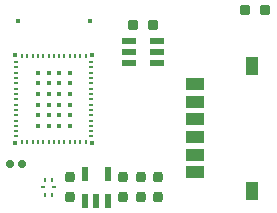
<source format=gtp>
G04 #@! TF.GenerationSoftware,KiCad,Pcbnew,(6.0.9)*
G04 #@! TF.CreationDate,2023-01-08T15:40:12+09:00*
G04 #@! TF.ProjectId,WBMon,57424d6f-6e2e-46b6-9963-61645f706362,1.0*
G04 #@! TF.SameCoordinates,Original*
G04 #@! TF.FileFunction,Paste,Top*
G04 #@! TF.FilePolarity,Positive*
%FSLAX46Y46*%
G04 Gerber Fmt 4.6, Leading zero omitted, Abs format (unit mm)*
G04 Created by KiCad (PCBNEW (6.0.9)) date 2023-01-08 15:40:12*
%MOMM*%
%LPD*%
G01*
G04 APERTURE LIST*
G04 Aperture macros list*
%AMRoundRect*
0 Rectangle with rounded corners*
0 $1 Rounding radius*
0 $2 $3 $4 $5 $6 $7 $8 $9 X,Y pos of 4 corners*
0 Add a 4 corners polygon primitive as box body*
4,1,4,$2,$3,$4,$5,$6,$7,$8,$9,$2,$3,0*
0 Add four circle primitives for the rounded corners*
1,1,$1+$1,$2,$3*
1,1,$1+$1,$4,$5*
1,1,$1+$1,$6,$7*
1,1,$1+$1,$8,$9*
0 Add four rect primitives between the rounded corners*
20,1,$1+$1,$2,$3,$4,$5,0*
20,1,$1+$1,$4,$5,$6,$7,0*
20,1,$1+$1,$6,$7,$8,$9,0*
20,1,$1+$1,$8,$9,$2,$3,0*%
G04 Aperture macros list end*
%ADD10R,0.500000X1.200000*%
%ADD11R,1.200000X0.500000*%
%ADD12RoundRect,0.200000X0.200000X-0.250000X0.200000X0.250000X-0.200000X0.250000X-0.200000X-0.250000X0*%
%ADD13R,1.600000X1.000000*%
%ADD14R,1.100000X1.600000*%
%ADD15R,0.200000X0.400000*%
%ADD16R,0.400000X0.200000*%
%ADD17RoundRect,0.200000X-0.200000X0.250000X-0.200000X-0.250000X0.200000X-0.250000X0.200000X0.250000X0*%
%ADD18RoundRect,0.200000X-0.250000X-0.200000X0.250000X-0.200000X0.250000X0.200000X-0.250000X0.200000X0*%
%ADD19R,0.350000X0.350000*%
%ADD20R,0.350000X0.130000*%
%ADD21R,0.130000X0.350000*%
%ADD22R,0.400000X0.400000*%
%ADD23R,0.300000X0.300000*%
%ADD24RoundRect,0.200000X0.250000X0.200000X-0.250000X0.200000X-0.250000X-0.200000X0.250000X-0.200000X0*%
%ADD25RoundRect,0.150000X0.150000X0.150000X-0.150000X0.150000X-0.150000X-0.150000X0.150000X-0.150000X0*%
G04 APERTURE END LIST*
D10*
X-4400000Y-5150000D03*
X-3450000Y-5150000D03*
X-2500000Y-5150000D03*
X-2500000Y-2850000D03*
X-4400000Y-2850000D03*
D11*
X1650000Y6500000D03*
X1650000Y7450000D03*
X1650000Y8400000D03*
X-650000Y8400000D03*
X-650000Y7450000D03*
X-650000Y6500000D03*
D12*
X-1200000Y-4850000D03*
X-1200000Y-3150000D03*
X300000Y-4850000D03*
X300000Y-3150000D03*
D13*
X4900000Y4750000D03*
X4900000Y3250000D03*
X4900000Y1750000D03*
X4900000Y250000D03*
X4900000Y-1250000D03*
D14*
X9700000Y-4300000D03*
D13*
X4900000Y-2750000D03*
D14*
X9700000Y6300000D03*
D15*
X-7225000Y-4650000D03*
X-7775000Y-4650000D03*
D16*
X-8000000Y-4000000D03*
D15*
X-7775000Y-3350000D03*
X-7225000Y-3350000D03*
D16*
X-7000000Y-4000000D03*
D17*
X-5700000Y-3150000D03*
X-5700000Y-4850000D03*
X1800000Y-3150000D03*
X1800000Y-4850000D03*
D18*
X9150000Y11000000D03*
X10850000Y11000000D03*
D19*
X-10310000Y7160000D03*
D20*
X-10225000Y6600000D03*
X-10225000Y6150000D03*
X-10225000Y5700000D03*
X-10225000Y5250000D03*
X-10225000Y4800000D03*
X-10225000Y4350000D03*
X-10225000Y3900000D03*
X-10225000Y3450000D03*
X-10225000Y3000000D03*
X-10225000Y2550000D03*
X-10225000Y2100000D03*
X-10225000Y1650000D03*
X-10225000Y1200000D03*
X-10225000Y750000D03*
X-10225000Y300000D03*
D19*
X-10310000Y-260000D03*
D21*
X-9750000Y-175000D03*
X-9300000Y-175000D03*
X-8850000Y-175000D03*
X-8400000Y-175000D03*
X-7950000Y-175000D03*
X-7500000Y-175000D03*
X-7050000Y-175000D03*
X-6600000Y-175000D03*
X-6150000Y-175000D03*
X-5700000Y-175000D03*
X-5250000Y-175000D03*
X-4800000Y-175000D03*
X-4350000Y-175000D03*
D19*
X-3790000Y-260000D03*
D20*
X-3875000Y300000D03*
X-3875000Y750000D03*
X-3875000Y1200000D03*
X-3875000Y1650000D03*
X-3875000Y2100000D03*
X-3875000Y2550000D03*
X-3875000Y3000000D03*
X-3875000Y3450000D03*
X-3875000Y3900000D03*
X-3875000Y4350000D03*
X-3875000Y4800000D03*
X-3875000Y5250000D03*
X-3875000Y5700000D03*
X-3875000Y6150000D03*
X-3875000Y6600000D03*
D19*
X-3790000Y7160000D03*
D21*
X-4350000Y7075000D03*
X-4800000Y7075000D03*
X-5250000Y7075000D03*
X-5700000Y7075000D03*
X-6150000Y7075000D03*
X-6600000Y7075000D03*
X-7050000Y7075000D03*
X-7500000Y7075000D03*
X-7950000Y7075000D03*
X-8400000Y7075000D03*
X-8850000Y7075000D03*
X-9300000Y7075000D03*
X-9750000Y7075000D03*
D22*
X-8400000Y5700000D03*
X-8400000Y4800000D03*
X-8400000Y3900000D03*
X-8400000Y3000000D03*
X-8400000Y2100000D03*
X-8400000Y1200000D03*
X-7500000Y1200000D03*
X-6600000Y1200000D03*
X-5700000Y1200000D03*
X-5700000Y2100000D03*
X-5700000Y3000000D03*
X-5700000Y3900000D03*
X-5700000Y4800000D03*
D23*
X-5700000Y5700000D03*
X-6600000Y5700000D03*
D22*
X-7500000Y5700000D03*
X-7500000Y4800000D03*
X-7500000Y3900000D03*
X-7500000Y3000000D03*
X-7500000Y2100000D03*
X-6600000Y2100000D03*
X-6600000Y3000000D03*
X-6600000Y3900000D03*
X-6600000Y4800000D03*
X-10100000Y10035000D03*
X-4000000Y10035000D03*
D24*
X1350000Y9700000D03*
X-350000Y9700000D03*
D25*
X-9750000Y-2000000D03*
X-10750000Y-2000000D03*
M02*

</source>
